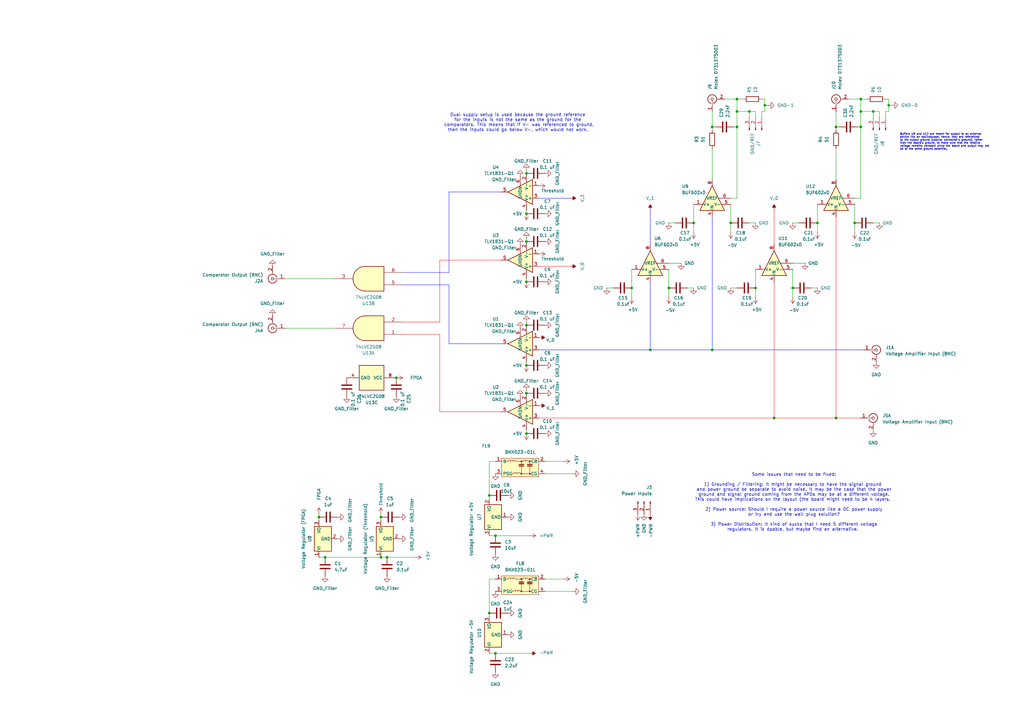
<source format=kicad_sch>
(kicad_sch (version 20250114) (generator "eeschema") (generator_version "9.0")
  (paper "A3")
  (title_block (title "Comparator Circuit PULSE-A OGS") (date "2024-08-14") (rev "V01") (company "University of Chicago Space Program"))
  (lib_symbols
    (symbol "74xGxx:74LVC2G08"
      (property "Reference" "U" (at -10.16 7.62 0))
      (property "Value" "74LVC2G08" (at -10.16 -7.62 0))
      (symbol "74LVC2G08_1_1"
        (pin input line (at -15.24 2.54 0) (length 7.62) (name "~") (number "1"))
        (pin input line (at -15.24 -2.54 0) (length 7.62) (name "~") (number "2"))
        (pin output line (at 12.7 0 180) (length 7.62) (name "~") (number "7"))
      )
      (symbol "74LVC2G08_2_1"
        (pin input line (at -15.24 2.54 0) (length 7.62) (name "~") (number "5"))
        (pin input line (at -15.24 -2.54 0) (length 7.62) (name "~") (number "6"))
        (pin output line (at 12.7 0 180) (length 7.62) (name "~") (number "3"))
      )
      (symbol "74LVC2G08_3_1"
        (pin power_in line (at 0 10.16 270) (length 5.08) (name "VCC") (number "8"))
        (pin power_in line (at 0 -10.16 90) (length 5.08) (name "GND") (number "4"))
      )
    )
    (symbol "Amplifier_Buffer:BUF602xD" (pin_names (offset 0.127))
      (property "Reference" "U" (at 6.35 2.54 0))
      (property "Value" "BUF602xD" (at 7.62 -2.54 0))
      (symbol "BUF602xD_1_1"
        (pin input line (at -7.62 0 0) (length 2.54) (name "IN") (number "4"))
        (pin no_connect line (at -5.08 5.08 0) (length 2.54) (hide yes) (name "NC") (number "2"))
        (pin no_connect line (at -5.08 2.54 0) (length 2.54) (hide yes) (name "NC") (number "3"))
        (pin no_connect line (at -5.08 -2.54 0) (length 2.54) (hide yes) (name "NC") (number "7"))
        (pin power_in line (at -2.54 7.62 270) (length 3.81) (name "V+") (number "1"))
        (pin power_in line (at -2.54 -7.62 90) (length 3.81) (name "V-") (number "5"))
        (pin output line (at 0 -7.62 90) (length 5.08) (name "VREF") (number "6"))
        (pin output line (at 7.62 0 180) (length 2.54) (name "~") (number "8"))
      )
    )
    (symbol "Connector:Conn_01x03_Pin" (pin_names (offset 1.016) (hide yes))
      (property "Reference" "J" (at 0 5.08 0))
      (property "Value" "Conn_01x03_Pin" (at 0 -5.08 0))
      (symbol "Conn_01x03_Pin_1_1"
        (pin passive line (at 5.08 2.54 180) (length 3.81) (name "Pin_1") (number "1"))
        (pin passive line (at 5.08 0 180) (length 3.81) (name "Pin_2") (number "2"))
        (pin passive line (at 5.08 -2.54 180) (length 3.81) (name "Pin_3") (number "3"))
      )
    )
    (symbol "Connector:Conn_Coaxial" (pin_names (offset 1.016) (hide yes))
      (property "Reference" "J" (at 0.254 3.048 0))
      (property "Value" "Conn_Coaxial" (at 2.921 0 90))
      (symbol "Conn_Coaxial_1_1"
        (pin passive line (at -5.08 0 0) (length 2.54) (name "In") (number "1"))
        (pin passive line (at 0 -5.08 90) (length 2.54) (name "Ext") (number "2"))
      )
    )
    (symbol "Connector:Conn_Coaxial_x2_Isolated" (pin_names (offset 1.016) (hide yes))
      (property "Reference" "J" (at 0.254 3.048 0))
      (property "Value" "Conn_Coaxial_x2_Isolated" (at 2.921 0 90))
      (symbol "Conn_Coaxial_x2_Isolated_1_1"
        (pin passive line (at -5.08 0 0) (length 2.54) (name "In1") (number "1"))
        (pin passive line (at 0 -5.08 90) (length 2.54) (name "Ext1") (number "2"))
      )
      (symbol "Conn_Coaxial_x2_Isolated_2_1"
        (pin passive line (at -5.08 0 0) (length 2.54) (name "In2") (number "3"))
        (pin passive line (at 0 -5.08 90) (length 2.54) (name "Ext2") (number "4"))
      )
    )
    (symbol "Device:C" (pin_numbers (hide yes)) (pin_names (offset 0.254))
      (property "Reference" "C" (at 0.635 2.54 0))
      (property "Value" "C" (at 0.635 -2.54 0))
      (symbol "C_1_1"
        (pin passive line (at 0 3.81 270) (length 2.794) (name "~") (number "1"))
        (pin passive line (at 0 -3.81 90) (length 2.794) (name "~") (number "2"))
      )
    )
    (symbol "Device:R" (pin_numbers (hide yes)) (pin_names (offset 0))
      (property "Reference" "R" (at 2.032 0 90))
      (property "Value" "R" (at 0 0 90))
      (symbol "R_1_1"
        (pin passive line (at 0 3.81 270) (length 1.27) (name "~") (number "1"))
        (pin passive line (at 0 -3.81 90) (length 1.27) (name "~") (number "2"))
      )
    )
    (symbol "Filter:BNX025"
      (property "Reference" "FL" (at -6.35 5.08 0))
      (property "Value" "BNX025" (at 7.62 5.08 0))
      (symbol "BNX025_1_1"
        (pin passive line (at -10.16 2.54 0) (length 2.54) (name "B") (number "1"))
        (pin passive line (at -10.16 -2.54 0) (length 2.54) (name "PSG") (number "3"))
        (pin passive line (at 10.16 2.54 180) (length 2.54) (name "CB") (number "2"))
        (pin passive line (at 10.16 -2.54 180) (length 2.54) (name "CG") (number "4"))
      )
    )
    (symbol "LM397_1" (pin_names (offset 0.127))
      (property "Reference" "U1" (at 11.43 -10.16 0))
      (property "Value" "TLV1831-Q1" (at 14.732 -7.62 0))
      (symbol "LM397_1_1_1"
        (pin input line (at -7.62 2.54 0) (length 2.54) (name "+") (number "3"))
        (pin input line (at -7.62 -2.54 0) (length 2.54) (name "-") (number "1"))
        (pin power_in line (at -2.54 7.62 270) (length 3.81) (name "V+") (number "4"))
        (pin power_in line (at -2.54 -7.62 90) (length 3.81) (name "V-") (number "2"))
        (pin input line (at 0 -6.35 90) (length 3.81) (name "SHDN") (number "6"))
        (pin open_collector line (at 7.62 0 180) (length 2.54) (name "~") (number "5"))
      )
    )
    (symbol "LM7815_TO220_1" (pin_names (offset 0.254))
      (property "Reference" "U7" (at -1.27 4.064 0))
      (property "Value" "Voltage Regulator +5V" (at -16.002 7.366 0))
      (symbol "LM7815_TO220_1_1_1"
        (pin power_in line (at -7.62 0 0) (length 2.54) (name "VI") (number "3"))
        (pin power_in line (at 0 -7.62 90) (length 2.54) (name "GND") (number "1"))
        (pin power_out line (at 7.62 0 180) (length 2.54) (name "VO") (number "2"))
      )
    )
    (symbol "LM7815_TO220_2" (pin_names (offset 0.254))
      (property "Reference" "U10" (at -1.27 4.064 0))
      (property "Value" "Voltage Regulator -5V" (at -16.002 7.366 0))
      (symbol "LM7815_TO220_2_1_1"
        (pin power_in line (at -7.62 0 0) (length 2.54) (name "VI") (number "2"))
        (pin power_in line (at 0 -7.62 90) (length 2.54) (name "GND") (number "1"))
        (pin power_out line (at 7.62 0 180) (length 2.54) (name "VO") (number "3"))
      )
    )
    (symbol "Regulator_Linear:LM7815_TO220" (pin_names (offset 0.254))
      (property "Reference" "U" (at -3.81 3.175 0))
      (property "Value" "LM7815_TO220" (at 0 3.175 0))
      (symbol "LM7815_TO220_1_1"
        (pin power_in line (at -7.62 0 0) (length 2.54) (name "VI") (number "1"))
        (pin power_in line (at 0 -7.62 90) (length 2.54) (name "GND") (number "2"))
        (pin power_out line (at 7.62 0 180) (length 2.54) (name "VO") (number "3"))
      )
    )
    (symbol "power:+15V" (power) (pin_numbers (hide yes)) (pin_names (offset 0) (hide yes))
      (property "Value" "+15V" (at 0 3.556 0))
      (symbol "+15V_1_1"
        (pin power_in line (at 0 0 90) (length 0) (name "~") (number "1"))
      )
    )
    (symbol "power:-12V" (power) (pin_numbers (hide yes)) (pin_names (offset 0) (hide yes))
      (property "Value" "-12V" (at 0 3.556 0))
      (symbol "-12V_0_0"
        (pin power_in line (at 0 0 90) (length 0) (name "~") (number "1"))
      )
    )
    (symbol "power:-15V" (power) (pin_numbers (hide yes)) (pin_names (offset 0) (hide yes))
      (property "Value" "-15V" (at 0 3.556 0))
      (symbol "-15V_0_0"
        (pin power_in line (at 0 0 90) (length 0) (name "~") (number "1"))
      )
    )
    (symbol "power:GND" (power) (pin_numbers (hide yes)) (pin_names (offset 0) (hide yes))
      (property "Value" "GND" (at 0 -3.81 0))
      (symbol "GND_1_1"
        (pin power_in line (at 0 0 270) (length 0) (name "~") (number "1"))
      )
    )
  )
  (text "Dual supply setup is used because the ground reference \nfor the inputs is not the same as the ground for the \ncomparators. This means that if V- was referenced to ground,\nthen the inputs could go below V-, which would not work. " (at 212.852 50.292 0) (effects (font (size 1.27 1.27))))
  (text "Some issues that need to be fixed:\n\n1) Grounding / Filtering: It might be necessary to have the signal ground \nand power ground be separate to avoid noise. It may be the case that the power\nground and signal ground coming from the APDs may be at a different voltage.\nThis could have implications on the layout (the board might need to be 4 layers. \n\n2) Power source: Should I require a power source like a DC power supply\nor try and use the wall plug solution?\n\n3) Power Distribution: It kind of sucks that I need 5 different voltage\nregulators. It is doable, but maybe find an alternative. " (at 325.628 205.994 0) (effects (font (size 1.27 1.27))))
  (text "Buffers U9 and U12 are meant for output to an external\ndevice like an oscilloscope. Hence, they are referenced\nto the output ground (coaxial connector's ground), rather\nthan the board's ground, to make sure that the relative\nvoltage remains constant since the board and output may not\nbe at the same ground potential. " (at 369.062 58.166 0) (effects (font (size 0.762 0.762)) (justify left)))
  (junction (at 156.21 228.6))
  (junction (at 353.06 45.72))
  (junction (at 325.12 118.11))
  (junction (at 130.81 212.09))
  (junction (at 215.9 149.86))
  (junction (at 274.32 118.11))
  (junction (at 133.35 228.6))
  (junction (at 158.75 228.6))
  (junction (at 335.28 91.44))
  (junction (at 302.26 40.64))
  (junction (at 215.9 99.06))
  (junction (at 215.9 115.57))
  (junction (at 200.66 203.2))
  (junction (at 203.2 267.97))
  (junction (at 358.14 45.72))
  (junction (at 302.26 45.72))
  (junction (at 292.1 143.51))
  (junction (at 313.69 43.18))
  (junction (at 266.7 143.51))
  (junction (at 350.52 91.44))
  (junction (at 342.9 52.07))
  (junction (at 302.26 52.07))
  (junction (at 156.21 212.09))
  (junction (at 162.56 154.94))
  (junction (at 353.06 52.07))
  (junction (at 307.34 45.72))
  (junction (at 215.9 71.12))
  (junction (at 353.06 40.64))
  (junction (at 299.72 91.44))
  (junction (at 364.49 43.18))
  (junction (at 215.9 177.8))
  (junction (at 317.5 171.45))
  (junction (at 342.9 171.45))
  (junction (at 215.9 87.63))
  (junction (at 284.48 91.44))
  (junction (at 259.08 118.11))
  (junction (at 200.66 251.46))
  (junction (at 203.2 219.71))
  (junction (at 309.88 118.11))
  (junction (at 292.1 52.07))
  (junction (at 215.9 133.35))
  (junction (at 215.9 161.29))
  (wire (pts (xy 200.66 189.23) (xy 203.2 189.23)))
  (wire (pts (xy 350.52 91.44) (xy 350.52 95.25)))
  (wire (pts (xy 317.5 171.45) (xy 342.9 171.45)) (stroke (width 0) (color 255 0 0 1)))
  (wire (pts (xy 317.5 86.36) (xy 317.5 100.33)) (stroke (width 0) (color 255 0 0 1)))
  (wire (pts (xy 317.5 115.57) (xy 317.5 171.45)) (stroke (width 0) (color 255 0 0 1)))
  (wire (pts (xy 259.08 118.11) (xy 259.08 121.92)))
  (wire (pts (xy 274.32 91.44) (xy 276.86 91.44)))
  (wire (pts (xy 184.15 116.84) (xy 165.1 116.84)) (stroke (width 0) (color 0 0 255 1)))
  (wire (pts (xy 200.66 251.46) (xy 200.66 252.73)))
  (wire (pts (xy 312.42 45.72) (xy 313.69 45.72)))
  (wire (pts (xy 353.06 45.72) (xy 358.14 45.72)))
  (wire (pts (xy 358.14 91.44) (xy 360.68 91.44)))
  (wire (pts (xy 353.06 40.64) (xy 355.6 40.64)))
  (wire (pts (xy 130.81 210.82) (xy 130.81 212.09)))
  (wire (pts (xy 358.14 45.72) (xy 360.68 45.72)))
  (wire (pts (xy 281.94 118.11) (xy 284.48 118.11)))
  (wire (pts (xy 248.92 118.11) (xy 251.46 118.11)))
  (wire (pts (xy 217.17 219.71) (xy 203.2 219.71)))
  (wire (pts (xy 180.34 168.91) (xy 205.74 168.91)) (stroke (width 0) (color 255 0 0 1)))
  (wire (pts (xy 342.9 53.34) (xy 342.9 52.07)))
  (wire (pts (xy 309.88 110.49) (xy 309.88 118.11)))
  (wire (pts (xy 180.34 106.68) (xy 205.74 106.68)) (stroke (width 0) (color 255 0 0 1)))
  (wire (pts (xy 353.06 52.07) (xy 353.06 81.28)))
  (wire (pts (xy 200.66 237.49) (xy 203.2 237.49)))
  (wire (pts (xy 215.9 114.3) (xy 215.9 115.57)))
  (wire (pts (xy 274.32 107.95) (xy 279.4 107.95)))
  (wire (pts (xy 158.75 228.6) (xy 170.18 228.6)))
  (wire (pts (xy 307.34 45.72) (xy 309.88 45.72)))
  (wire (pts (xy 292.1 60.96) (xy 292.1 73.66)))
  (wire (pts (xy 180.34 137.16) (xy 165.1 137.16)) (stroke (width 0) (color 255 0 0 1)))
  (wire (pts (xy 116.84 134.62) (xy 137.16 134.62)))
  (wire (pts (xy 307.34 91.44) (xy 309.88 91.44)))
  (wire (pts (xy 312.42 48.26) (xy 312.42 45.72)))
  (wire (pts (xy 200.66 219.71) (xy 203.2 219.71)))
  (wire (pts (xy 364.49 45.72) (xy 364.49 43.18)))
  (wire (pts (xy 353.06 52.07) (xy 353.06 45.72)))
  (wire (pts (xy 309.88 118.11) (xy 309.88 121.92)))
  (wire (pts (xy 353.06 45.72) (xy 353.06 40.64)))
  (wire (pts (xy 292.1 52.07) (xy 292.1 45.72)))
  (wire (pts (xy 215.9 148.59) (xy 215.9 149.86)))
  (wire (pts (xy 284.48 91.44) (xy 284.48 95.25)))
  (wire (pts (xy 325.12 107.95) (xy 330.2 107.95)))
  (wire (pts (xy 335.28 83.82) (xy 335.28 91.44)))
  (wire (pts (xy 266.7 115.57) (xy 266.7 143.51)) (stroke (width 0) (color 0 0 255 1)))
  (wire (pts (xy 184.15 140.97) (xy 184.15 116.84)) (stroke (width 0) (color 0 0 255 1)))
  (wire (pts (xy 309.88 48.26) (xy 309.88 45.72)))
  (wire (pts (xy 200.66 237.49) (xy 200.66 251.46)))
  (wire (pts (xy 215.9 132.08) (xy 215.9 133.35)))
  (wire (pts (xy 220.98 109.22) (xy 233.68 109.22)) (stroke (width 0) (color 255 0 0 1)))
  (wire (pts (xy 299.72 91.44) (xy 299.72 95.25)))
  (wire (pts (xy 180.34 132.08) (xy 165.1 132.08)) (stroke (width 0) (color 255 0 0 1)))
  (wire (pts (xy 184.15 140.97) (xy 205.74 140.97)) (stroke (width 0) (color 0 0 255 1)))
  (wire (pts (xy 180.34 106.68) (xy 180.34 132.08)) (stroke (width 0) (color 255 0 0 1)))
  (wire (pts (xy 156.21 210.82) (xy 156.21 212.09)))
  (wire (pts (xy 130.81 228.6) (xy 133.35 228.6)))
  (wire (pts (xy 299.72 118.11) (xy 302.26 118.11)))
  (wire (pts (xy 130.81 212.09) (xy 130.81 213.36)))
  (wire (pts (xy 220.98 143.51) (xy 266.7 143.51)) (stroke (width 0) (color 0 0 255 1)))
  (wire (pts (xy 274.32 110.49) (xy 274.32 118.11)))
  (wire (pts (xy 307.34 48.26) (xy 307.34 45.72)))
  (wire (pts (xy 342.9 171.45) (xy 353.06 171.45)) (stroke (width 0) (color 255 0 0 1)))
  (wire (pts (xy 358.14 48.26) (xy 358.14 45.72)))
  (wire (pts (xy 353.06 52.07) (xy 351.79 52.07)))
  (wire (pts (xy 364.49 43.18) (xy 365.76 43.18)))
  (wire (pts (xy 342.9 88.9) (xy 342.9 171.45)) (stroke (width 0) (color 255 0 0 1)))
  (wire (pts (xy 133.35 228.6) (xy 156.21 228.6)))
  (wire (pts (xy 220.98 81.28) (xy 233.68 81.28)) (stroke (width 0) (color 0 0 255 1)))
  (wire (pts (xy 215.9 69.85) (xy 215.9 71.12)))
  (wire (pts (xy 223.52 242.57) (xy 234.95 242.57)))
  (wire (pts (xy 325.12 91.44) (xy 327.66 91.44)))
  (wire (pts (xy 342.9 52.07) (xy 342.9 45.72)))
  (wire (pts (xy 353.06 40.64) (xy 347.98 40.64)))
  (wire (pts (xy 284.48 83.82) (xy 284.48 91.44)))
  (wire (pts (xy 335.28 91.44) (xy 335.28 95.25)))
  (wire (pts (xy 292.1 143.51) (xy 354.33 143.51)) (stroke (width 0) (color 0 0 255 1)))
  (wire (pts (xy 184.15 78.74) (xy 184.15 111.76)) (stroke (width 0) (color 0 0 255 1)))
  (wire (pts (xy 292.1 53.34) (xy 292.1 52.07)))
  (wire (pts (xy 342.9 60.96) (xy 342.9 73.66)))
  (wire (pts (xy 223.52 237.49) (xy 231.14 237.49)))
  (wire (pts (xy 299.72 83.82) (xy 299.72 91.44)))
  (wire (pts (xy 266.7 86.36) (xy 266.7 100.33)) (stroke (width 0) (color 0 0 255 1)))
  (wire (pts (xy 325.12 110.49) (xy 325.12 118.11)))
  (wire (pts (xy 200.66 189.23) (xy 200.66 203.2)))
  (wire (pts (xy 215.9 97.79) (xy 215.9 99.06)))
  (wire (pts (xy 215.9 176.53) (xy 215.9 177.8)))
  (wire (pts (xy 302.26 40.64) (xy 297.18 40.64)))
  (wire (pts (xy 274.32 118.11) (xy 274.32 121.92)))
  (wire (pts (xy 313.69 43.18) (xy 313.69 40.64)))
  (wire (pts (xy 363.22 45.72) (xy 364.49 45.72)))
  (wire (pts (xy 364.49 40.64) (xy 363.22 40.64)))
  (wire (pts (xy 332.74 118.11) (xy 335.28 118.11)))
  (wire (pts (xy 302.26 52.07) (xy 300.99 52.07)))
  (wire (pts (xy 350.52 83.82) (xy 350.52 91.44)))
  (wire (pts (xy 215.9 160.02) (xy 215.9 161.29)))
  (wire (pts (xy 302.26 40.64) (xy 304.8 40.64)))
  (wire (pts (xy 223.52 189.23) (xy 231.14 189.23)))
  (wire (pts (xy 116.84 114.3) (xy 137.16 114.3)))
  (wire (pts (xy 342.9 52.07) (xy 344.17 52.07)))
  (wire (pts (xy 292.1 88.9) (xy 292.1 143.51)) (stroke (width 0) (color 0 0 255 1)))
  (wire (pts (xy 184.15 78.74) (xy 205.74 78.74)) (stroke (width 0) (color 0 0 255 1)))
  (wire (pts (xy 302.26 52.07) (xy 302.26 45.72)))
  (wire (pts (xy 302.26 45.72) (xy 302.26 40.64)))
  (wire (pts (xy 156.21 228.6) (xy 158.75 228.6)))
  (wire (pts (xy 215.9 86.36) (xy 215.9 87.63)))
  (wire (pts (xy 266.7 143.51) (xy 292.1 143.51)) (stroke (width 0) (color 0 0 255 1)))
  (wire (pts (xy 363.22 48.26) (xy 363.22 45.72)))
  (wire (pts (xy 223.52 194.31) (xy 234.95 194.31)))
  (wire (pts (xy 220.98 171.45) (xy 317.5 171.45)) (stroke (width 0) (color 255 0 0 1)))
  (wire (pts (xy 360.68 48.26) (xy 360.68 45.72)))
  (wire (pts (xy 299.72 81.28) (xy 302.26 81.28)))
  (wire (pts (xy 165.1 111.76) (xy 184.15 111.76)) (stroke (width 0) (color 0 0 255 1)))
  (wire (pts (xy 302.26 45.72) (xy 307.34 45.72)))
  (wire (pts (xy 364.49 43.18) (xy 364.49 40.64)))
  (wire (pts (xy 200.66 267.97) (xy 203.2 267.97)))
  (wire (pts (xy 302.26 52.07) (xy 302.26 81.28)))
  (wire (pts (xy 292.1 52.07) (xy 293.37 52.07)))
  (wire (pts (xy 350.52 81.28) (xy 353.06 81.28)))
  (wire (pts (xy 180.34 168.91) (xy 180.34 137.16)) (stroke (width 0) (color 255 0 0 1)))
  (wire (pts (xy 259.08 110.49) (xy 259.08 118.11)))
  (wire (pts (xy 200.66 203.2) (xy 200.66 204.47)))
  (wire (pts (xy 217.17 267.97) (xy 203.2 267.97)))
  (wire (pts (xy 156.21 212.09) (xy 156.21 213.36)))
  (wire (pts (xy 313.69 45.72) (xy 313.69 43.18)))
  (wire (pts (xy 325.12 118.11) (xy 325.12 121.92)))
  (wire (pts (xy 313.69 43.18) (xy 314.96 43.18)))
  (wire (pts (xy 313.69 40.64) (xy 312.42 40.64)))
  (symbol (lib_id "power:-12V") (at 220.98 138.43 270) (unit 1)
    (property "Reference" "#PWR065" (effects (hide yes)))
    (property "Value" "V_0" (at 224.028 139.446 90) (effects (justify left)))
    (property "Description" "Power symbol creates a global label with name \"-12V\"" (effects (hide yes)))
  )
  (symbol (lib_id "Connector:Conn_01x03_Pin") (at 309.88 53.34 270) (mirror x) (unit 1)
    (property "Reference" "J7" (at 311.15 58.928 0))
    (property "Value" "GND/REF" (at 308.61 58.928 0))
    (property "Footprint" "Connector_PinHeader_2.54mm:PinHeader_1x03_P2.54mm_Vertical" (effects (hide yes)))
    (property "Description" "Generic connector, single row, 01x03, script generated" (effects (hide yes)))
  )
  (symbol (lib_id "Device:R") (at 308.61 40.64 270) (unit 1)
    (property "Reference" "R5" (at 307.3399 38.1 0) (effects (justify right)))
    (property "Value" "10" (at 309.8799 38.1 0) (effects (justify right)))
    (property "Footprint" "Resistor_SMD:R_0805_2012Metric" (effects (hide yes)))
    (property "Description" "Resistor" (effects (hide yes)))
    (property "LCSC" "C25278" (effects (hide yes)))
  )
  (symbol (lib_id "Device:C") (at 204.47 203.2 90) (unit 1)
    (property "Reference" "C6" (at 207.772 198.882 90))
    (property "Value" "10uF" (at 207.772 201.422 90))
    (property "Footprint" "Capacitor_SMD:C_0805_2012Metric" (effects (hide yes)))
    (property "Description" "Unpolarized capacitor" (effects (hide yes)))
  )
  (symbol (lib_id "Device:C") (at 219.71 161.29 90) (unit 1)
    (property "Reference" "C14" (at 224.536 156.21 90))
    (property "Value" "0.1 uF" (at 224.536 158.75 90))
    (property "Footprint" "Capacitor_SMD:C_0805_2012Metric" (effects (hide yes)))
    (property "Description" "Unpolarized capacitor" (effects (hide yes)))
  )
  (symbol (lib_id "Device:C") (at 219.71 115.57 90) (unit 1)
    (property "Reference" "C9" (at 224.536 110.49 90))
    (property "Value" "0.1 uF" (at 224.536 113.03 90))
    (property "Footprint" "Capacitor_SMD:C_0805_2012Metric" (effects (hide yes)))
    (property "Description" "Unpolarized capacitor" (effects (hide yes)))
  )
  (symbol (lib_id "Connector:Conn_Coaxial") (at 292.1 40.64 90) (unit 1)
    (property "Reference" "J9" (at 291.1231 36.83 0) (effects (justify left)))
    (property "Value" "Molex 0731375003" (at 293.6631 36.83 0) (effects (justify left)))
    (property "Footprint" "OGS Comparator Footpring Library V.01:Molex BNC" (effects (hide yes)))
    (property "Description" "coaxial connector (BNC, SMA, SMB, SMC, Cinch/RCA, LEMO, ...)" (effects (hide yes)))
  )
  (symbol (lib_id "Connector:Conn_Coaxial_x2_Isolated") (at 359.41 143.51 0) (unit 1)
    (property "Reference" "J1" (at 363.22 142.5331 0) (effects (justify left)))
    (property "Value" "Voltage Amplifier Input (BNC)" (at 363.22 145.0731 0) (effects (justify left)))
    (property "Footprint" "OGS Comparator Footpring Library V.01:Molex BNC" (effects (hide yes)))
    (property "Description" "coaxial connector (BNC, SMA, SMB, SMC, Cinch/RCA, LEMO, ...)" (effects (hide yes)))
  )
  (symbol (lib_id "power:GND") (at 359.41 148.59 0) (unit 1)
    (property "Reference" "#PWR04" (effects (hide yes)))
    (property "Value" "GND" (at 359.41 153.67 0))
    (property "Description" "Power symbol creates a global label with name \"GND\" , ground" (effects (hide yes)))
  )
  (symbol (lib_name "LM7815_TO220_2") (lib_id "Regulator_Linear:LM7815_TO220") (at 200.66 260.35 90) (unit 1)
    (property "Reference" "U10" (at 196.596 261.62 0) (effects (justify left)))
    (property "Value" "Voltage Regulator -5V" (at 193.294 276.352 0) (effects (justify left)))
    (property "Footprint" "Package_TO_SOT_THT:TO-220-3_Vertical" (effects (hide yes)))
    (property "Datasheet" "https://www.onsemi.cn/PowerSolutions/document/MC7800-D.PDF" (effects (hide yes)))
    (property "Description" "Positive 1A 35V Linear Regulator, Fixed Output 15V, TO-220" (effects (hide yes)))
  )
  (symbol (lib_id "Device:C") (at 134.62 212.09 90) (unit 1)
    (property "Reference" "C4" (at 134.62 204.47 90))
    (property "Value" "1uF" (at 134.62 207.01 90))
    (property "Footprint" "Capacitor_SMD:C_0805_2012Metric" (effects (hide yes)))
    (property "Description" "Unpolarized capacitor" (effects (hide yes)))
  )
  (symbol (lib_id "power:+15V") (at 231.14 189.23 270) (unit 1)
    (property "Reference" "#PWR072" (effects (hide yes)))
    (property "Value" "+5V" (at 236.474 186.69 0) (effects (justify left)))
    (property "Description" "Power symbol creates a global label with name \"+15V\"" (effects (hide yes)))
  )
  (symbol (lib_id "74xGxx:74LVC2G08") (at 149.86 114.3 180) (unit 2)
    (property "Reference" "U13" (at 151.1411 124.46 0))
    (property "Value" "74LVC2G08" (at 151.1411 121.92 0))
    (property "Footprint" "Package_SO:VSSOP-8_2.3x2mm_P0.5mm" (effects (hide yes)))
    (property "Datasheet" "http://www.ti.com/lit/sg/scyt129e/scyt129e.pdf" (effects (hide yes)))
    (property "Description" "Dual AND Gate, Low-Voltage CMOS" (effects (hide yes)))
  )
  (symbol (lib_id "power:GND") (at 162.56 162.56 0) (unit 1)
    (property "Reference" "#PWR0101" (effects (hide yes)))
    (property "Value" "GND_Filter" (at 162.56 167.64 0))
    (property "Description" "Power symbol creates a global label with name \"GND\" , ground" (effects (hide yes)))
  )
  (symbol (lib_id "Device:C") (at 203.2 223.52 0) (unit 1)
    (property "Reference" "C3" (at 207.01 222.2499 0) (effects (justify left)))
    (property "Value" "10uF" (at 207.01 224.7899 0) (effects (justify left)))
    (property "Footprint" "Capacitor_SMD:C_0805_2012Metric" (effects (hide yes)))
    (property "Description" "Unpolarized capacitor" (effects (hide yes)))
  )
  (symbol (lib_id "Connector:Conn_01x03_Pin") (at 360.68 53.34 270) (mirror x) (unit 1)
    (property "Reference" "J8" (at 361.95 58.928 0))
    (property "Value" "GND/REF" (at 359.41 58.928 0))
    (property "Footprint" "Connector_PinHeader_2.54mm:PinHeader_1x03_P2.54mm_Vertical" (effects (hide yes)))
    (property "Description" "Generic connector, single row, 01x03, script generated" (effects (hide yes)))
  )
  (symbol (lib_id "Amplifier_Buffer:BUF602xD") (at 342.9 81.28 90) (unit 1)
    (property "Reference" "U12" (at 330.454 76.454 90) (effects (justify right)))
    (property "Value" "BUF602xD" (at 330.454 78.994 90) (effects (justify right)))
    (property "Footprint" "Package_SO:SOIC-8_3.9x4.9mm_P1.27mm" (effects (hide yes)))
    (property "Datasheet" "http://www.ti.com/lit/ds/symlink/buf602.pdf" (effects (hide yes)))
    (property "Description" "High-Speed, 1000 MHz, Closed-Loop Buffer, SOIC-8" (effects (hide yes)))
  )
  (symbol (lib_id "power:+15V") (at 215.9 177.8 180) (unit 1)
    (property "Reference" "#PWR036" (effects (hide yes)))
    (property "Value" "+5V" (at 214.122 177.8 0) (effects (justify left)))
    (property "Description" "Power symbol creates a global label with name \"+15V\"" (effects (hide yes)))
  )
  (symbol (lib_id "power:GND") (at 234.95 194.31 90) (unit 1)
    (property "Reference" "#PWR075" (effects (hide yes)))
    (property "Value" "GND_Filter" (at 240.03 194.31 0))
    (property "Description" "Power symbol creates a global label with name \"GND\" , ground" (effects (hide yes)))
  )
  (symbol (lib_id "power:GND") (at 208.28 203.2 90) (unit 1)
    (property "Reference" "#PWR023" (effects (hide yes)))
    (property "Value" "GND" (at 213.36 203.2 0))
    (property "Description" "Power symbol creates a global label with name \"GND\" , ground" (effects (hide yes)))
  )
  (symbol (lib_id "Device:C") (at 354.33 91.44 90) (unit 1)
    (property "Reference" "C22" (at 354.584 95.504 90))
    (property "Value" "0.1uf" (at 354.584 98.044 90))
    (property "Footprint" "Capacitor_SMD:C_0805_2012Metric" (effects (hide yes)))
    (property "Description" "Unpolarized capacitor" (effects (hide yes)))
  )
  (symbol (lib_id "Filter:BNX025") (at 213.36 191.77 0) (unit 1)
    (property "Reference" "FL9" (at 199.39 182.88 0))
    (property "Value" "BNX023-01L" (at 213.36 185.42 0))
    (property "Footprint" "Filter:Filter_Murata_BNX025" (effects (hide yes)))
    (property "Datasheet" "https://www.murata.com/en-us/products/productdetail.aspx?cate=luNoiseSupprFilteBlockType&partno=BNX025H01%23" (effects (hide yes)))
    (property "Description" "EMI Filter SMD, Murata BNX025" (effects (hide yes)))
  )
  (symbol (lib_name "LM397_1") (lib_id "Comparator:LM397") (at 213.36 106.68 180) (unit 1)
    (property "Reference" "U3" (at 201.93 96.52 0) (effects (justify right)))
    (property "Value" "TLV1831-Q1" (at 198.628 99.06 0) (effects (justify right)))
    (property "Footprint" "Package_TO_SOT_SMD:SOT-23-6" (effects (hide yes)))
    (property "Datasheet" "http://www.ti.com/lit/ds/symlink/lm397.pdf" (effects (hide yes)))
    (property "Description" "Single General-Purpose Voltage Comparator with Open-Collector Output, SOT-23-5" (effects (hide yes)))
  )
  (symbol (lib_id "power:GND") (at 360.68 91.44 0) (unit 1)
    (property "Reference" "#PWR061" (effects (hide yes)))
    (property "Value" "GND" (at 363.982 91.44 0))
    (property "Description" "Power symbol creates a global label with name \"GND\" , ground" (effects (hide yes)))
  )
  (symbol (lib_id "power:GND") (at 213.36 100.33 180) (unit 1)
    (property "Reference" "#PWR0102" (effects (hide yes)))
    (property "Value" "GND_Filter" (at 206.756 101.6 0))
    (property "Description" "Power symbol creates a global label with name \"GND\" , ground" (effects (hide yes)))
  )
  (symbol (lib_id "power:+15V") (at 215.9 87.63 180) (unit 1)
    (property "Reference" "#PWR037" (effects (hide yes)))
    (property "Value" "+5V" (at 214.122 87.63 0) (effects (justify left)))
    (property "Description" "Power symbol creates a global label with name \"+15V\"" (effects (hide yes)))
  )
  (symbol (lib_id "Device:C") (at 278.13 118.11 90) (unit 1)
    (property "Reference" "C16" (at 278.384 122.174 90))
    (property "Value" "0.1uf" (at 278.384 124.714 90))
    (property "Footprint" "Capacitor_SMD:C_0805_2012Metric" (effects (hide yes)))
    (property "Description" "Unpolarized capacitor" (effects (hide yes)))
  )
  (symbol (lib_id "Device:C") (at 160.02 212.09 90) (unit 1)
    (property "Reference" "C5" (at 160.02 204.47 90))
    (property "Value" "1uF" (at 160.02 207.01 90))
    (property "Footprint" "Capacitor_SMD:C_0805_2012Metric" (effects (hide yes)))
    (property "Description" "Unpolarized capacitor" (effects (hide yes)))
  )
  (symbol (lib_id "power:+15V") (at 170.18 228.6 270) (unit 1)
    (property "Reference" "#PWR086" (effects (hide yes)))
    (property "Value" "+5V" (at 175.514 226.06 0) (effects (justify left)))
    (property "Description" "Power symbol creates a global label with name \"+15V\"" (effects (hide yes)))
  )
  (symbol (lib_id "power:GND") (at 274.32 91.44 0) (unit 1)
    (property "Reference" "#PWR041" (effects (hide yes)))
    (property "Value" "GND" (at 270.764 91.44 0))
    (property "Description" "Power symbol creates a global label with name \"GND\" , ground" (effects (hide yes)))
  )
  (symbol (lib_id "power:+15V") (at 325.12 121.92 180) (unit 1)
    (property "Reference" "#PWR054" (effects (hide yes)))
    (property "Value" "-5V" (at 327.66 127.254 0) (effects (justify left)))
    (property "Description" "Power symbol creates a global label with name \"+15V\"" (effects (hide yes)))
  )
  (symbol (lib_id "power:+15V") (at 284.48 95.25 180) (unit 1)
    (property "Reference" "#PWR016" (effects (hide yes)))
    (property "Value" "+5V" (at 287.02 100.33 0) (effects (justify left)))
    (property "Description" "Power symbol creates a global label with name \"+15V\"" (effects (hide yes)))
  )
  (symbol (lib_id "power:GND") (at 365.76 43.18 90) (unit 1)
    (property "Reference" "#PWR063" (effects (hide yes)))
    (property "Value" "GND-0" (at 369.57 43.1799 90) (effects (justify right)))
    (property "Description" "Power symbol creates a global label with name \"GND\" , ground" (effects (hide yes)))
  )
  (symbol (lib_name "LM397_1") (lib_id "Comparator:LM397") (at 213.36 168.91 180) (unit 1)
    (property "Reference" "U2" (at 201.93 158.75 0) (effects (justify right)))
    (property "Value" "TLV1831-Q1" (at 198.628 161.29 0) (effects (justify right)))
    (property "Footprint" "Package_TO_SOT_SMD:SOT-23-6" (effects (hide yes)))
    (property "Datasheet" "http://www.ti.com/lit/ds/symlink/lm397.pdf" (effects (hide yes)))
    (property "Description" "Single General-Purpose Voltage Comparator with Open-Collector Output, SOT-23-5" (effects (hide yes)))
  )
  (symbol (lib_id "power:GND") (at 358.14 176.53 0) (unit 1)
    (property "Reference" "#PWR03" (effects (hide yes)))
    (property "Value" "GND" (at 358.14 181.61 0))
    (property "Description" "Power symbol creates a global label with name \"GND\" , ground" (effects (hide yes)))
  )
  (symbol (lib_id "power:+15V") (at 215.9 115.57 180) (unit 1)
    (property "Reference" "#PWR015" (effects (hide yes)))
    (property "Value" "+5V" (at 214.122 115.57 0) (effects (justify left)))
    (property "Description" "Power symbol creates a global label with name \"+15V\"" (effects (hide yes)))
  )
  (symbol (lib_id "Device:C") (at 297.18 52.07 90) (unit 1)
    (property "Reference" "C29" (at 295.9099 48.26 0) (effects (justify left)))
    (property "Value" "2.2nF" (at 298.4499 48.26 0) (effects (justify left)))
    (property "Footprint" "Capacitor_SMD:C_0805_2012Metric" (effects (hide yes)))
    (property "Description" "Unpolarized capacitor" (effects (hide yes)))
    (property "LCSC Part #" "C28260" (effects (hide yes)))
    (property "LCSC" "C28260" (effects (hide yes)))
  )
  (symbol (lib_id "Device:C") (at 328.93 118.11 90) (unit 1)
    (property "Reference" "C20" (at 329.184 122.174 90))
    (property "Value" "0.1uf" (at 329.184 124.714 90))
    (property "Footprint" "Capacitor_SMD:C_0805_2012Metric" (effects (hide yes)))
    (property "Description" "Unpolarized capacitor" (effects (hide yes)))
  )
  (symbol (lib_id "power:GND") (at 284.48 118.11 0) (unit 1)
    (property "Reference" "#PWR039" (effects (hide yes)))
    (property "Value" "GND" (at 287.782 118.11 0))
    (property "Description" "Power symbol creates a global label with name \"GND\" , ground" (effects (hide yes)))
  )
  (symbol (lib_id "Device:R") (at 359.41 40.64 270) (unit 1)
    (property "Reference" "R6" (at 358.1399 38.1 0) (effects (justify right)))
    (property "Value" "10" (at 360.6799 38.1 0) (effects (justify right)))
    (property "Footprint" "Resistor_SMD:R_0805_2012Metric" (effects (hide yes)))
    (property "Description" "Resistor" (effects (hide yes)))
    (property "LCSC" "C25278" (effects (hide yes)))
  )
  (symbol (lib_id "Device:C") (at 219.71 177.8 90) (unit 1)
    (property "Reference" "C10" (at 224.536 172.72 90))
    (property "Value" "0.1 uF" (at 224.536 175.26 90))
    (property "Footprint" "Capacitor_SMD:C_0805_2012Metric" (effects (hide yes)))
    (property "Description" "Unpolarized capacitor" (effects (hide yes)))
  )
  (symbol (lib_id "power:GND") (at 163.83 220.98 90) (unit 1)
    (property "Reference" "#PWR098" (effects (hide yes)))
    (property "Value" "GND_Filter" (at 168.91 220.98 0))
    (property "Description" "Power symbol creates a global label with name \"GND\" , ground" (effects (hide yes)))
  )
  (symbol (lib_id "Device:C") (at 219.71 71.12 90) (unit 1)
    (property "Reference" "C11" (at 224.536 66.04 90))
    (property "Value" "0.1 uF" (at 224.536 68.58 90))
    (property "Footprint" "Capacitor_SMD:C_0805_2012Metric" (effects (hide yes)))
    (property "Description" "Unpolarized capacitor" (effects (hide yes)))
  )
  (symbol (lib_name "LM7815_TO220_1") (lib_id "Regulator_Linear:LM7815_TO220") (at 200.66 212.09 90) (unit 1)
    (property "Reference" "U7" (at 196.596 213.36 0) (effects (justify left)))
    (property "Value" "Voltage Regulator +5V" (at 193.294 228.092 0) (effects (justify left)))
    (property "Footprint" "Package_TO_SOT_THT:TO-220-3_Vertical" (effects (hide yes)))
    (property "Datasheet" "https://www.onsemi.cn/PowerSolutions/document/MC7800-D.PDF" (effects (hide yes)))
    (property "Description" "Positive 1A 35V Linear Regulator, Fixed Output 15V, TO-220" (effects (hide yes)))
  )
  (symbol (lib_id "power:-12V") (at 317.5 86.36 0) (unit 1)
    (property "Reference" "#PWR060" (effects (hide yes)))
    (property "Value" "V_0" (at 317.5 81.28 0))
    (property "Description" "Power symbol creates a global label with name \"-12V\"" (effects (hide yes)))
  )
  (symbol (lib_id "power:-12V") (at 266.7 86.36 0) (unit 1)
    (property "Reference" "#PWR042" (effects (hide yes)))
    (property "Value" "V_1" (at 266.7 81.28 0))
    (property "Description" "Power symbol creates a global label with name \"-12V\"" (effects (hide yes)))
  )
  (symbol (lib_id "Device:C") (at 331.47 91.44 90) (unit 1)
    (property "Reference" "C21" (at 331.724 95.504 90))
    (property "Value" "0.1uf" (at 331.724 98.044 90))
    (property "Footprint" "Capacitor_SMD:C_0805_2012Metric" (effects (hide yes)))
    (property "Description" "Unpolarized capacitor" (effects (hide yes)))
  )
  (symbol (lib_id "Device:C") (at 219.71 87.63 90) (unit 1)
    (property "Reference" "C7" (at 224.536 82.55 90))
    (property "Value" "0.1 uF" (at 224.536 85.09 90))
    (property "Footprint" "Capacitor_SMD:C_0805_2012Metric" (effects (hide yes)))
    (property "Description" "Unpolarized capacitor" (effects (hide yes)))
  )
  (symbol (lib_id "power:GND") (at 279.4 107.95 0) (unit 1)
    (property "Reference" "#PWR035" (effects (hide yes)))
    (property "Value" "GND" (at 282.702 107.95 0))
    (property "Description" "Power symbol creates a global label with name \"GND\" , ground" (effects (hide yes)))
  )
  (symbol (lib_id "power:GND") (at 213.36 134.62 180) (unit 1)
    (property "Reference" "#PWR0103" (effects (hide yes)))
    (property "Value" "GND_Filter" (at 206.756 135.89 0))
    (property "Description" "Power symbol creates a global label with name \"GND\" , ground" (effects (hide yes)))
  )
  (symbol (lib_id "power:+15V") (at 231.14 237.49 270) (unit 1)
    (property "Reference" "#PWR045" (effects (hide yes)))
    (property "Value" "-5V" (at 236.474 234.95 0) (effects (justify left)))
    (property "Description" "Power symbol creates a global label with name \"+15V\"" (effects (hide yes)))
  )
  (symbol (lib_id "power:+15V") (at 261.62 210.82 180) (unit 1)
    (property "Reference" "#PWR043" (effects (hide yes)))
    (property "Value" "+PWR" (at 261.62 217.678 90))
    (property "Description" "Power symbol creates a global label with name \"+15V\"" (effects (hide yes)))
  )
  (symbol (lib_id "power:GND") (at 203.2 194.31 0) (unit 1)
    (property "Reference" "#PWR074" (effects (hide yes)))
    (property "Value" "GND" (at 203.2 199.39 0))
    (property "Description" "Power symbol creates a global label with name \"GND\" , ground" (effects (hide yes)))
  )
  (symbol (lib_id "power:GND") (at 111.76 109.22 180) (unit 1)
    (property "Reference" "#PWR090" (effects (hide yes)))
    (property "Value" "GND_Filter" (at 111.76 104.14 0))
    (property "Description" "Power symbol creates a global label with name \"GND\" , ground" (effects (hide yes)))
  )
  (symbol (lib_id "Device:C") (at 347.98 52.07 90) (unit 1)
    (property "Reference" "C30" (at 346.7099 48.26 0) (effects (justify left)))
    (property "Value" "2.2nF" (at 349.2499 48.26 0) (effects (justify left)))
    (property "Footprint" "Capacitor_SMD:C_0805_2012Metric" (effects (hide yes)))
    (property "Description" "Unpolarized capacitor" (effects (hide yes)))
    (property "LCSC Part #" "C28260" (effects (hide yes)))
    (property "LCSC" "C28260" (effects (hide yes)))
  )
  (symbol (lib_id "Regulator_Linear:LM7815_TO220") (at 130.81 220.98 90) (unit 1)
    (property "Reference" "U8" (at 127 220.98 0))
    (property "Value" "Voltage Regulator (FPGA)" (at 124.46 220.98 0))
    (property "Footprint" "Package_TO_SOT_THT:TO-220-3_Vertical" (effects (hide yes)))
    (property "Datasheet" "https://www.onsemi.cn/PowerSolutions/document/MC7800-D.PDF" (effects (hide yes)))
    (property "Description" "Positive 1A 35V Linear Regulator, Fixed Output 15V, TO-220" (effects (hide yes)))
  )
  (symbol (lib_id "power:GND") (at 163.83 212.09 90) (unit 1)
    (property "Reference" "#PWR097" (effects (hide yes)))
    (property "Value" "GND_Filter" (at 168.91 209.296 0))
    (property "Description" "Power symbol creates a global label with name \"GND\" , ground" (effects (hide yes)))
  )
  (symbol (lib_id "power:GND") (at 133.35 236.22 0) (unit 1)
    (property "Reference" "#PWR094" (effects (hide yes)))
    (property "Value" "GND_Filter" (at 133.35 241.3 0))
    (property "Description" "Power symbol creates a global label with name \"GND\" , ground" (effects (hide yes)))
  )
  (symbol (lib_id "power:GND") (at 335.28 118.11 0) (unit 1)
    (property "Reference" "#PWR056" (effects (hide yes)))
    (property "Value" "GND" (at 338.582 118.11 0))
    (property "Description" "Power symbol creates a global label with name \"GND\" , ground" (effects (hide yes)))
  )
  (symbol (lib_id "Device:C") (at 158.75 232.41 0) (unit 1)
    (property "Reference" "C2" (at 162.56 231.1399 0) (effects (justify left)))
    (property "Value" "0.1uF" (at 162.56 233.6799 0) (effects (justify left)))
    (property "Footprint" "Capacitor_SMD:C_0805_2012Metric" (effects (hide yes)))
    (property "Description" "Unpolarized capacitor" (effects (hide yes)))
  )
  (symbol (lib_id "Device:C") (at 162.56 158.75 0) (unit 1)
    (property "Reference" "C25" (at 167.64 163.576 90))
    (property "Value" "0.1 uF" (at 165.1 163.576 90))
    (property "Footprint" "Capacitor_SMD:C_0805_2012Metric" (effects (hide yes)))
    (property "Description" "Unpolarized capacitor" (effects (hide yes)))
  )
  (symbol (lib_id "power:GND") (at 203.2 242.57 0) (unit 1)
    (property "Reference" "#PWR073" (effects (hide yes)))
    (property "Value" "GND" (at 203.2 247.65 0))
    (property "Description" "Power symbol creates a global label with name \"GND\" , ground" (effects (hide yes)))
  )
  (symbol (lib_id "power:GND") (at 138.43 220.98 90) (unit 1)
    (property "Reference" "#PWR096" (effects (hide yes)))
    (property "Value" "GND_Filter" (at 143.51 220.98 0))
    (property "Description" "Power symbol creates a global label with name \"GND\" , ground" (effects (hide yes)))
  )
  (symbol (lib_id "power:GND") (at 203.2 227.33 0) (unit 1)
    (property "Reference" "#PWR024" (effects (hide yes)))
    (property "Value" "GND" (at 203.2 232.41 0))
    (property "Description" "Power symbol creates a global label with name \"GND\" , ground" (effects (hide yes)))
  )
  (symbol (lib_id "Filter:BNX025") (at 213.36 240.03 0) (unit 1)
    (property "Reference" "FL8" (at 213.36 231.14 0))
    (property "Value" "BNX023-01L" (at 213.36 233.68 0))
    (property "Footprint" "Filter:Filter_Murata_BNX025" (effects (hide yes)))
    (property "Datasheet" "https://www.murata.com/en-us/products/productdetail.aspx?cate=luNoiseSupprFilteBlockType&partno=BNX025H01%23" (effects (hide yes)))
    (property "Description" "EMI Filter SMD, Murata BNX025" (effects (hide yes)))
  )
  (symbol (lib_id "power:GND") (at 314.96 43.18 90) (unit 1)
    (property "Reference" "#PWR062" (effects (hide yes)))
    (property "Value" "GND-1" (at 318.77 43.1799 90) (effects (justify right)))
    (property "Description" "Power symbol creates a global label with name \"GND\" , ground" (effects (hide yes)))
  )
  (symbol (lib_id "power:-12V") (at 220.98 166.37 270) (unit 1)
    (property "Reference" "#PWR064" (effects (hide yes)))
    (property "Value" "V_1" (at 224.028 167.386 90) (effects (justify left)))
    (property "Description" "Power symbol creates a global label with name \"-12V\"" (effects (hide yes)))
  )
  (symbol (lib_id "power:GND") (at 325.12 91.44 0) (unit 1)
    (property "Reference" "#PWR057" (effects (hide yes)))
    (property "Value" "GND" (at 321.564 91.44 0))
    (property "Description" "Power symbol creates a global label with name \"GND\" , ground" (effects (hide yes)))
  )
  (symbol (lib_id "power:-15V") (at 217.17 267.97 270) (unit 1)
    (property "Reference" "#PWR067" (effects (hide yes)))
    (property "Value" "-PWR" (at 224.028 267.716 90))
    (property "Description" "Power symbol creates a global label with name \"-15V\"" (effects (hide yes)))
  )
  (symbol (lib_id "power:+15V") (at 259.08 121.92 180) (unit 1)
    (property "Reference" "#PWR014" (effects (hide yes)))
    (property "Value" "+5V" (at 261.62 127 0) (effects (justify left)))
    (property "Description" "Power symbol creates a global label with name \"+15V\"" (effects (hide yes)))
  )
  (symbol (lib_id "power:GND") (at 223.52 177.8 90) (unit 1)
    (property "Reference" "#PWR077" (effects (hide yes)))
    (property "Value" "GND_Filter" (at 228.6 177.8 0))
    (property "Description" "Power symbol creates a global label with name \"GND\" , ground" (effects (hide yes)))
  )
  (symbol (lib_id "power:GND") (at 223.52 115.57 90) (unit 1)
    (property "Reference" "#PWR083" (effects (hide yes)))
    (property "Value" "GND_Filter" (at 228.6 115.57 0))
    (property "Description" "Power symbol creates a global label with name \"GND\" , ground" (effects (hide yes)))
  )
  (symbol (lib_id "power:+15V") (at 220.98 104.14 270) (unit 1)
    (property "Reference" "#PWR019" (effects (hide yes)))
    (property "Value" "Threshold" (at 221.996 106.172 90) (effects (justify left)))
    (property "Description" "Power symbol creates a global label with name \"+15V\"" (effects (hide yes)))
  )
  (symbol (lib_id "power:GND") (at 208.28 260.35 90) (unit 1)
    (property "Reference" "#PWR048" (effects (hide yes)))
    (property "Value" "GND" (at 213.36 260.35 0))
    (property "Description" "Power symbol creates a global label with name \"GND\" , ground" (effects (hide yes)))
  )
  (symbol (lib_id "power:GND") (at 330.2 107.95 0) (unit 1)
    (property "Reference" "#PWR055" (effects (hide yes)))
    (property "Value" "GND" (at 333.502 107.95 0))
    (property "Description" "Power symbol creates a global label with name \"GND\" , ground" (effects (hide yes)))
  )
  (symbol (lib_id "power:GND") (at 215.9 69.85 180) (unit 1)
    (property "Reference" "#PWR0100" (effects (hide yes)))
    (property "Value" "GND_Filter" (at 215.9 66.04 0))
    (property "Description" "Power symbol creates a global label with name \"GND\" , ground" (effects (hide yes)))
  )
  (symbol (lib_id "Device:C") (at 255.27 118.11 90) (unit 1)
    (property "Reference" "C15" (at 255.524 122.174 90))
    (property "Value" "0.1uf" (at 255.524 124.714 90))
    (property "Footprint" "Capacitor_SMD:C_0805_2012Metric" (effects (hide yes)))
    (property "Description" "Unpolarized capacitor" (effects (hide yes)))
  )
  (symbol (lib_id "power:+15V") (at 274.32 121.92 180) (unit 1)
    (property "Reference" "#PWR050" (effects (hide yes)))
    (property "Value" "-5V" (at 276.86 127.254 0) (effects (justify left)))
    (property "Description" "Power symbol creates a global label with name \"+15V\"" (effects (hide yes)))
  )
  (symbol (lib_id "Device:C") (at 219.71 133.35 90) (unit 1)
    (property "Reference" "C13" (at 224.536 128.27 90))
    (property "Value" "0.1 uF" (at 224.536 130.81 90))
    (property "Footprint" "Capacitor_SMD:C_0805_2012Metric" (effects (hide yes)))
    (property "Description" "Unpolarized capacitor" (effects (hide yes)))
  )
  (symbol (lib_id "Connector:Conn_01x03_Pin") (at 264.16 205.74 270) (unit 1)
    (property "Reference" "J3" (at 267.462 199.898 90) (effects (justify right)))
    (property "Value" "Power Inputs" (at 267.462 202.438 90) (effects (justify right)))
    (property "Footprint" "Connector_JST:JST_EH_B3B-EH-A_1x03_P2.50mm_Vertical" (effects (hide yes)))
    (property "Description" "Generic connector, single row, 01x03, script generated" (effects (hide yes)))
  )
  (symbol (lib_id "power:GND") (at 215.9 132.08 180) (unit 1)
    (property "Reference" "#PWR0106" (effects (hide yes)))
    (property "Value" "GND_Filter" (at 215.9 128.27 0))
    (property "Description" "Power symbol creates a global label with name \"GND\" , ground" (effects (hide yes)))
  )
  (symbol (lib_name "LM397_1") (lib_id "Comparator:LM397") (at 213.36 78.74 180) (unit 1)
    (property "Reference" "U4" (at 201.93 68.58 0) (effects (justify right)))
    (property "Value" "TLV1831-Q1" (at 198.628 71.12 0) (effects (justify right)))
    (property "Footprint" "Package_TO_SOT_SMD:SOT-23-6" (effects (hide yes)))
    (property "Datasheet" "http://www.ti.com/lit/ds/symlink/lm397.pdf" (effects (hide yes)))
    (property "Description" "Single General-Purpose Voltage Comparator with Open-Collector Output, SOT-23-5" (effects (hide yes)))
  )
  (symbol (lib_id "Amplifier_Buffer:BUF602xD") (at 266.7 107.95 90) (unit 1)
    (property "Reference" "U6" (at 268.3511 97.79 90) (effects (justify right)))
    (property "Value" "BUF602xD" (at 268.3511 100.33 90) (effects (justify right)))
    (property "Footprint" "Package_SO:SOIC-8_3.9x4.9mm_P1.27mm" (effects (hide yes)))
    (property "Datasheet" "http://www.ti.com/lit/ds/symlink/buf602.pdf" (effects (hide yes)))
    (property "Description" "High-Speed, 1000 MHz, Closed-Loop Buffer, SOIC-8" (effects (hide yes)))
  )
  (symbol (lib_id "power:GND") (at 213.36 72.39 180) (unit 1)
    (property "Reference" "#PWR099" (effects (hide yes)))
    (property "Value" "GND_Filter" (at 206.756 73.66 0))
    (property "Description" "Power symbol creates a global label with name \"GND\" , ground" (effects (hide yes)))
  )
  (symbol (lib_id "Connector:Conn_Coaxial_x2_Isolated") (at 111.76 114.3 180) (unit 1)
    (property "Reference" "J2" (at 107.95 115.2769 0) (effects (justify left)))
    (property "Value" "Comparator Output (BNC)" (at 107.95 112.7369 0) (effects (justify left)))
    (property "Footprint" "OGS Comparator Footpring Library V.01:Molex BNC" (effects (hide yes)))
    (property "Description" "coaxial connector (BNC, SMA, SMB, SMC, Cinch/RCA, LEMO, ...)" (effects (hide yes)))
  )
  (symbol (lib_id "power:+15V") (at 162.56 154.94 270) (unit 1)
    (property "Reference" "#PWR070" (effects (hide yes)))
    (property "Value" "FPGA" (at 170.688 154.94 90))
    (property "Description" "Power symbol creates a global label with name \"+15V\"" (effects (hide yes)))
  )
  (symbol (lib_id "power:GND") (at 234.95 242.57 90) (unit 1)
    (property "Reference" "#PWR076" (effects (hide yes)))
    (property "Value" "GND_Filter" (at 240.03 242.57 0))
    (property "Description" "Power symbol creates a global label with name \"GND\" , ground" (effects (hide yes)))
  )
  (symbol (lib_id "power:GND") (at 208.28 212.09 90) (unit 1)
    (property "Reference" "#PWR012" (effects (hide yes)))
    (property "Value" "GND" (at 213.36 212.09 0))
    (property "Description" "Power symbol creates a global label with name \"GND\" , ground" (effects (hide yes)))
  )
  (symbol (lib_id "power:GND") (at 158.75 236.22 0) (unit 1)
    (property "Reference" "#PWR093" (effects (hide yes)))
    (property "Value" "GND_Filter" (at 158.75 241.3 0))
    (property "Description" "Power symbol creates a global label with name \"GND\" , ground" (effects (hide yes)))
  )
  (symbol (lib_id "Device:C") (at 280.67 91.44 90) (unit 1)
    (property "Reference" "C17" (at 280.924 95.504 90))
    (property "Value" "0.1uf" (at 280.924 98.044 90))
    (property "Footprint" "Capacitor_SMD:C_0805_2012Metric" (effects (hide yes)))
    (property "Description" "Unpolarized capacitor" (effects (hide yes)))
  )
  (symbol (lib_id "power:+15V") (at 156.21 210.82 0) (unit 1)
    (property "Reference" "#PWR018" (effects (hide yes)))
    (property "Value" "Threshold" (at 156.21 202.692 90))
    (property "Description" "Power symbol creates a global label with name \"+15V\"" (effects (hide yes)))
  )
  (symbol (lib_id "power:GND") (at 111.76 129.54 180) (unit 1)
    (property "Reference" "#PWR089" (effects (hide yes)))
    (property "Value" "GND_Filter" (at 111.76 124.46 0))
    (property "Description" "Power symbol creates a global label with name \"GND\" , ground" (effects (hide yes)))
  )
  (symbol (lib_id "power:GND") (at 264.16 210.82 0) (unit 1)
    (property "Reference" "#PWR09" (effects (hide yes)))
    (property "Value" "GND" (at 264.1599 214.63 90) (effects (justify right)))
    (property "Description" "Power symbol creates a global label with name \"GND\" , ground" (effects (hide yes)))
  )
  (symbol (lib_id "power:+15V") (at 335.28 95.25 180) (unit 1)
    (property "Reference" "#PWR058" (effects (hide yes)))
    (property "Value" "+5V" (at 337.82 100.33 0) (effects (justify left)))
    (property "Description" "Power symbol creates a global label with name \"+15V\"" (effects (hide yes)))
  )
  (symbol (lib_id "power:GND") (at 138.43 212.09 90) (unit 1)
    (property "Reference" "#PWR095" (effects (hide yes)))
    (property "Value" "GND_Filter" (at 143.51 209.296 0))
    (property "Description" "Power symbol creates a global label with name \"GND\" , ground" (effects (hide yes)))
  )
  (symbol (lib_id "Device:C") (at 204.47 251.46 90) (unit 1)
    (property "Reference" "C24" (at 208.28 247.142 90))
    (property "Value" "1uF" (at 208.28 249.682 90))
    (property "Footprint" "Capacitor_SMD:C_0805_2012Metric" (effects (hide yes)))
    (property "Description" "Unpolarized capacitor" (effects (hide yes)))
  )
  (symbol (lib_id "power:GND") (at 223.52 149.86 90) (unit 1)
    (property "Reference" "#PWR079" (effects (hide yes)))
    (property "Value" "GND_Filter" (at 228.6 149.86 0))
    (property "Description" "Power symbol creates a global label with name \"GND\" , ground" (effects (hide yes)))
  )
  (symbol (lib_id "74xGxx:74LVC2G08") (at 149.86 134.62 180) (unit 1)
    (property "Reference" "U13" (at 151.1411 144.78 0))
    (property "Value" "74LVC2G08" (at 151.1411 142.24 0))
    (property "Footprint" "Package_SO:VSSOP-8_2.3x2mm_P0.5mm" (effects (hide yes)))
    (property "Datasheet" "http://www.ti.com/lit/sg/scyt129e/scyt129e.pdf" (effects (hide yes)))
    (property "Description" "Dual AND Gate, Low-Voltage CMOS" (effects (hide yes)))
  )
  (symbol (lib_id "power:GND") (at 223.52 71.12 90) (unit 1)
    (property "Reference" "#PWR087" (effects (hide yes)))
    (property "Value" "GND_Filter" (at 228.6 71.12 0))
    (property "Description" "Power symbol creates a global label with name \"GND\" , ground" (effects (hide yes)))
  )
  (symbol (lib_id "Device:C") (at 219.71 99.06 90) (unit 1)
    (property "Reference" "C12" (at 224.536 93.98 90))
    (property "Value" "0.1 uF" (at 224.536 96.52 90))
    (property "Footprint" "Capacitor_SMD:C_0805_2012Metric" (effects (hide yes)))
    (property "Description" "Unpolarized capacitor" (effects (hide yes)))
  )
  (symbol (lib_id "power:-15V") (at 266.7 210.82 180) (unit 1)
    (property "Reference" "#PWR044" (effects (hide yes)))
    (property "Value" "-PWR" (at 266.954 217.678 90))
    (property "Description" "Power symbol creates a global label with name \"-15V\"" (effects (hide yes)))
  )
  (symbol (lib_id "power:+15V") (at 220.98 76.2 270) (unit 1)
    (property "Reference" "#PWR020" (effects (hide yes)))
    (property "Value" "Threshold" (at 221.996 78.232 90) (effects (justify left)))
    (property "Description" "Power symbol creates a global label with name \"+15V\"" (effects (hide yes)))
  )
  (symbol (lib_id "74xGxx:74LVC2G08") (at 152.4 154.94 270) (unit 3)
    (property "Reference" "U13" (at 152.4 165.1 90))
    (property "Value" "74LVC2G08" (at 152.4 162.56 90))
    (property "Footprint" "Package_SO:VSSOP-8_2.3x2mm_P0.5mm" (effects (hide yes)))
    (property "Datasheet" "http://www.ti.com/lit/sg/scyt129e/scyt129e.pdf" (effects (hide yes)))
    (property "Description" "Dual AND Gate, Low-Voltage CMOS" (effects (hide yes)))
  )
  (symbol (lib_id "power:GND") (at 213.36 162.56 180) (unit 1)
    (property "Reference" "#PWR0104" (effects (hide yes)))
    (property "Value" "GND_Filter" (at 206.756 163.83 0))
    (property "Description" "Power symbol creates a global label with name \"GND\" , ground" (effects (hide yes)))
  )
  (symbol (lib_id "power:GND") (at 299.72 118.11 0) (unit 1)
    (property "Reference" "#PWR053" (effects (hide yes)))
    (property "Value" "GND" (at 296.164 118.11 0))
    (property "Description" "Power symbol creates a global label with name \"GND\" , ground" (effects (hide yes)))
  )
  (symbol (lib_name "LM397_1") (lib_id "Comparator:LM397") (at 213.36 140.97 180) (unit 1)
    (property "Reference" "U1" (at 201.93 130.81 0) (effects (justify right)))
    (property "Value" "TLV1831-Q1" (at 198.628 133.35 0) (effects (justify right)))
    (property "Footprint" "Package_TO_SOT_SMD:SOT-23-6" (effects (hide yes)))
    (property "Datasheet" "http://www.ti.com/lit/ds/symlink/lm397.pdf" (effects (hide yes)))
    (property "Description" "Single General-Purpose Voltage Comparator with Open-Collector Output, SOT-23-5" (effects (hide yes)))
  )
  (symbol (lib_id "Amplifier_Buffer:BUF602xD") (at 292.1 81.28 90) (unit 1)
    (property "Reference" "U9" (at 279.654 76.454 90) (effects (justify right)))
    (property "Value" "BUF602xD" (at 279.654 78.994 90) (effects (justify right)))
    (property "Footprint" "Package_SO:SOIC-8_3.9x4.9mm_P1.27mm" (effects (hide yes)))
    (property "Datasheet" "http://www.ti.com/lit/ds/symlink/buf602.pdf" (effects (hide yes)))
    (property "Description" "High-Speed, 1000 MHz, Closed-Loop Buffer, SOIC-8" (effects (hide yes)))
  )
  (symbol (lib_id "power:GND") (at 215.9 97.79 180) (unit 1)
    (property "Reference" "#PWR0105" (effects (hide yes)))
    (property "Value" "GND_Filter" (at 215.9 93.98 0))
    (property "Description" "Power symbol creates a global label with name \"GND\" , ground" (effects (hide yes)))
  )
  (symbol (lib_id "power:GND") (at 223.52 99.06 90) (unit 1)
    (property "Reference" "#PWR084" (effects (hide yes)))
    (property "Value" "GND_Filter" (at 228.6 99.06 0))
    (property "Description" "Power symbol creates a global label with name \"GND\" , ground" (effects (hide yes)))
  )
  (symbol (lib_id "power:+15V") (at 215.9 149.86 180) (unit 1)
    (property "Reference" "#PWR038" (effects (hide yes)))
    (property "Value" "+5V" (at 214.122 149.86 0) (effects (justify left)))
    (property "Description" "Power symbol creates a global label with name \"+15V\"" (effects (hide yes)))
  )
  (symbol (lib_id "Device:R") (at 342.9 57.15 180) (unit 1)
    (property "Reference" "R4" (at 336.55 57.15 90))
    (property "Value" "51" (at 339.09 57.15 90))
    (property "Footprint" "Resistor_SMD:R_0805_2012Metric" (effects (hide yes)))
    (property "Description" "Resistor" (effects (hide yes)))
    (property "LCSC Part #" "C17738" (effects (hide yes)))
    (property "LCSC" "C17738" (effects (hide yes)))
  )
  (symbol (lib_id "power:+15V") (at 130.81 210.82 0) (unit 1)
    (property "Reference" "#PWR066" (effects (hide yes)))
    (property "Value" "FPGA" (at 130.81 202.692 90))
    (property "Description" "Power symbol creates a global label with name \"+15V\"" (effects (hide yes)))
  )
  (symbol (lib_id "power:GND") (at 223.52 87.63 90) (unit 1)
    (property "Reference" "#PWR088" (effects (hide yes)))
    (property "Value" "GND_Filter" (at 228.6 87.63 0))
    (property "Description" "Power symbol creates a global label with name \"GND\" , ground" (effects (hide yes)))
  )
  (symbol (lib_id "Regulator_Linear:LM7815_TO220") (at 156.21 220.98 90) (unit 1)
    (property "Reference" "U5" (at 152.4 220.98 0))
    (property "Value" "Voltage Regulator (Threshold)" (at 149.86 220.98 0))
    (property "Footprint" "Package_TO_SOT_THT:TO-220-3_Vertical" (effects (hide yes)))
    (property "Datasheet" "https://www.onsemi.cn/PowerSolutions/document/MC7800-D.PDF" (effects (hide yes)))
    (property "Description" "Positive 1A 35V Linear Regulator, Fixed Output 15V, TO-220" (effects (hide yes)))
  )
  (symbol (lib_id "power:+15V") (at 299.72 95.25 180) (unit 1)
    (property "Reference" "#PWR051" (effects (hide yes)))
    (property "Value" "-5V" (at 302.26 100.584 0) (effects (justify left)))
    (property "Description" "Power symbol creates a global label with name \"+15V\"" (effects (hide yes)))
  )
  (symbol (lib_id "power:GND") (at 309.88 91.44 0) (unit 1)
    (property "Reference" "#PWR052" (effects (hide yes)))
    (property "Value" "GND" (at 313.182 91.44 0))
    (property "Description" "Power symbol creates a global label with name \"GND\" , ground" (effects (hide yes)))
  )
  (symbol (lib_id "power:-12V") (at 233.68 81.28 270) (unit 1)
    (property "Reference" "#PWR091" (effects (hide yes)))
    (property "Value" "V_1" (at 238.76 81.28 0))
    (property "Description" "Power symbol creates a global label with name \"-12V\"" (effects (hide yes)))
  )
  (symbol (lib_id "Device:C") (at 306.07 118.11 90) (unit 1)
    (property "Reference" "C19" (at 306.324 122.174 90))
    (property "Value" "0.1uf" (at 306.324 124.714 90))
    (property "Footprint" "Capacitor_SMD:C_0805_2012Metric" (effects (hide yes)))
    (property "Description" "Unpolarized capacitor" (effects (hide yes)))
  )
  (symbol (lib_id "Amplifier_Buffer:BUF602xD") (at 317.5 107.95 90) (unit 1)
    (property "Reference" "U11" (at 319.1511 97.79 90) (effects (justify right)))
    (property "Value" "BUF602xD" (at 319.1511 100.33 90) (effects (justify right)))
    (property "Footprint" "Package_SO:SOIC-8_3.9x4.9mm_P1.27mm" (effects (hide yes)))
    (property "Datasheet" "http://www.ti.com/lit/ds/symlink/buf602.pdf" (effects (hide yes)))
    (property "Description" "High-Speed, 1000 MHz, Closed-Loop Buffer, SOIC-8" (effects (hide yes)))
  )
  (symbol (lib_id "power:GND") (at 248.92 118.11 0) (unit 1)
    (property "Reference" "#PWR040" (effects (hide yes)))
    (property "Value" "GND" (at 245.364 118.11 0))
    (property "Description" "Power symbol creates a global label with name \"GND\" , ground" (effects (hide yes)))
  )
  (symbol (lib_id "Connector:Conn_Coaxial_x2_Isolated") (at 358.14 171.45 0) (unit 1)
    (property "Reference" "J5" (at 361.95 170.4731 0) (effects (justify left)))
    (property "Value" "Voltage Amplifier Input (BNC)" (at 361.95 173.0131 0) (effects (justify left)))
    (property "Footprint" "OGS Comparator Footpring Library V.01:Molex BNC" (effects (hide yes)))
    (property "Description" "coaxial connector (BNC, SMA, SMB, SMC, Cinch/RCA, LEMO, ...)" (effects (hide yes)))
  )
  (symbol (lib_id "Device:C") (at 203.2 271.78 0) (unit 1)
    (property "Reference" "C23" (at 207.01 270.5099 0) (effects (justify left)))
    (property "Value" "2.2uF" (at 207.01 273.0499 0) (effects (justify left)))
    (property "Footprint" "Capacitor_SMD:C_0805_2012Metric" (effects (hide yes)))
    (property "Description" "Unpolarized capacitor" (effects (hide yes)))
  )
  (symbol (lib_id "Device:C") (at 133.35 232.41 0) (unit 1)
    (property "Reference" "C1" (at 137.16 231.1399 0) (effects (justify left)))
    (property "Value" "4.7uF" (at 137.16 233.6799 0) (effects (justify left)))
    (property "Footprint" "Capacitor_SMD:C_0805_2012Metric" (effects (hide yes)))
    (property "Description" "Unpolarized capacitor" (effects (hide yes)))
  )
  (symbol (lib_id "Connector:Conn_Coaxial_x2_Isolated") (at 111.76 134.62 180) (unit 1)
    (property "Reference" "J4" (at 107.95 135.5969 0) (effects (justify left)))
    (property "Value" "Comparator Output (BNC)" (at 107.95 133.0569 0) (effects (justify left)))
    (property "Footprint" "OGS Comparator Footpring Library V.01:Molex BNC" (effects (hide yes)))
    (property "Description" "coaxial connector (BNC, SMA, SMB, SMC, Cinch/RCA, LEMO, ...)" (effects (hide yes)))
  )
  (symbol (lib_id "power:+15V") (at 217.17 219.71 270) (unit 1)
    (property "Reference" "#PWR049" (effects (hide yes)))
    (property "Value" "+PWR" (at 224.028 219.71 90))
    (property "Description" "Power symbol creates a global label with name \"+15V\"" (effects (hide yes)))
  )
  (symbol (lib_id "Device:C") (at 142.24 158.75 0) (unit 1)
    (property "Reference" "C26" (at 147.32 163.576 90))
    (property "Value" "0.1 uF" (at 144.78 163.576 90))
    (property "Footprint" "Capacitor_SMD:C_0805_2012Metric" (effects (hide yes)))
    (property "Description" "Unpolarized capacitor" (effects (hide yes)))
  )
  (symbol (lib_id "Device:R") (at 292.1 57.15 180) (unit 1)
    (property "Reference" "R3" (at 285.75 57.15 90))
    (property "Value" "51" (at 288.29 57.15 90))
    (property "Footprint" "Resistor_SMD:R_0805_2012Metric" (effects (hide yes)))
    (property "Description" "Resistor" (effects (hide yes)))
    (property "LCSC Part #" "C17738" (effects (hide yes)))
    (property "LCSC" "C17738" (effects (hide yes)))
  )
  (symbol (lib_id "power:+15V") (at 309.88 121.92 180) (unit 1)
    (property "Reference" "#PWR017" (effects (hide yes)))
    (property "Value" "+5V" (at 312.42 127 0) (effects (justify left)))
    (property "Description" "Power symbol creates a global label with name \"+15V\"" (effects (hide yes)))
  )
  (symbol (lib_id "power:GND") (at 208.28 251.46 90) (unit 1)
    (property "Reference" "#PWR047" (effects (hide yes)))
    (property "Value" "GND" (at 213.36 251.46 0))
    (property "Description" "Power symbol creates a global label with name \"GND\" , ground" (effects (hide yes)))
  )
  (symbol (lib_id "Connector:Conn_Coaxial") (at 342.9 40.64 90) (unit 1)
    (property "Reference" "J10" (at 341.9231 36.83 0) (effects (justify left)))
    (property "Value" "Molex 0731375003" (at 344.4631 36.83 0) (effects (justify left)))
    (property "Footprint" "OGS Comparator Footpring Library V.01:Molex BNC" (effects (hide yes)))
    (property "Description" "coaxial connector (BNC, SMA, SMB, SMC, Cinch/RCA, LEMO, ...)" (effects (hide yes)))
  )
  (symbol (lib_id "power:GND") (at 223.52 161.29 90) (unit 1)
    (property "Reference" "#PWR078" (effects (hide yes)))
    (property "Value" "GND_Filter" (at 228.6 161.29 0))
    (property "Description" "Power symbol creates a global label with name \"GND\" , ground" (effects (hide yes)))
  )
  (symbol (lib_id "power:+15V") (at 350.52 95.25 180) (unit 1)
    (property "Reference" "#PWR059" (effects (hide yes)))
    (property "Value" "-5V" (at 353.06 100.584 0) (effects (justify left)))
    (property "Description" "Power symbol creates a global label with name \"+15V\"" (effects (hide yes)))
  )
  (symbol (lib_id "Device:C") (at 219.71 149.86 90) (unit 1)
    (property "Reference" "C8" (at 224.536 144.78 90))
    (property "Value" "0.1 uF" (at 224.536 147.32 90))
    (property "Footprint" "Capacitor_SMD:C_0805_2012Metric" (effects (hide yes)))
    (property "Description" "Unpolarized capacitor" (effects (hide yes)))
  )
  (symbol (lib_id "power:GND") (at 142.24 162.56 0) (unit 1)
    (property "Reference" "#PWR0108" (effects (hide yes)))
    (property "Value" "GND_Filter" (at 142.24 167.64 0))
    (property "Description" "Power symbol creates a global label with name \"GND\" , ground" (effects (hide yes)))
  )
  (symbol (lib_id "power:GND") (at 203.2 275.59 0) (unit 1)
    (property "Reference" "#PWR046" (effects (hide yes)))
    (property "Value" "GND" (at 203.2 280.67 0))
    (property "Description" "Power symbol creates a global label with name \"GND\" , ground" (effects (hide yes)))
  )
  (symbol (lib_id "power:GND") (at 223.52 133.35 90) (unit 1)
    (property "Reference" "#PWR080" (effects (hide yes)))
    (property "Value" "GND_Filter" (at 228.6 133.35 0))
    (property "Description" "Power symbol creates a global label with name \"GND\" , ground" (effects (hide yes)))
  )
  (symbol (lib_id "power:GND") (at 215.9 160.02 180) (unit 1)
    (property "Reference" "#PWR0107" (effects (hide yes)))
    (property "Value" "GND_Filter" (at 215.9 156.21 0))
    (property "Description" "Power symbol creates a global label with name \"GND\" , ground" (effects (hide yes)))
  )
  (symbol (lib_id "power:-12V") (at 233.68 109.22 270) (unit 1)
    (property "Reference" "#PWR092" (effects (hide yes)))
    (property "Value" "V_0" (at 238.76 109.22 0))
    (property "Description" "Power symbol creates a global label with name \"-12V\"" (effects (hide yes)))
  )
  (symbol (lib_id "Device:C") (at 303.53 91.44 90) (unit 1)
    (property "Reference" "C18" (at 303.784 95.504 90))
    (property "Value" "0.1uf" (at 303.784 98.044 90))
    (property "Footprint" "Capacitor_SMD:C_0805_2012Metric" (effects (hide yes)))
    (property "Description" "Unpolarized capacitor" (effects (hide yes)))
  )
)
</source>
